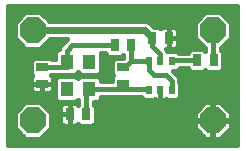
<source format=gtl>
G75*
%MOIN*%
%OFA0B0*%
%FSLAX25Y25*%
%IPPOS*%
%LPD*%
%AMOC8*
5,1,8,0,0,1.08239X$1,22.5*
%
%ADD10R,0.04331X0.05118*%
%ADD11OC8,0.08500*%
%ADD12R,0.02165X0.03150*%
%ADD13R,0.03937X0.02756*%
%ADD14R,0.02756X0.03937*%
%ADD15C,0.01600*%
%ADD16OC8,0.02375*%
%ADD17C,0.02400*%
D10*
X0035193Y0022272D03*
X0042673Y0022272D03*
X0042673Y0031328D03*
X0035193Y0031328D03*
D11*
X0023933Y0041800D03*
X0023933Y0011800D03*
X0083933Y0011800D03*
X0083933Y0041800D03*
D12*
X0070173Y0031524D03*
X0066433Y0031524D03*
X0062693Y0031524D03*
X0062693Y0022076D03*
X0066433Y0022076D03*
X0070173Y0022076D03*
D13*
X0053933Y0024044D03*
X0053933Y0029556D03*
X0026933Y0029556D03*
X0026933Y0024044D03*
D14*
X0036177Y0013800D03*
X0041689Y0013800D03*
X0078677Y0031800D03*
X0084189Y0031800D03*
X0069189Y0039300D03*
X0063677Y0039300D03*
X0056689Y0036800D03*
X0051177Y0036800D03*
D15*
X0015733Y0050000D02*
X0015733Y0003600D01*
X0092133Y0003600D01*
X0092133Y0050000D01*
X0015733Y0050000D01*
X0015733Y0049755D02*
X0092133Y0049755D01*
X0092133Y0048157D02*
X0015733Y0048157D01*
X0015733Y0046558D02*
X0020135Y0046558D01*
X0021427Y0047850D02*
X0017883Y0044306D01*
X0017883Y0039294D01*
X0021427Y0035750D01*
X0026439Y0035750D01*
X0029489Y0038800D01*
X0035256Y0038800D01*
X0034729Y0038273D01*
X0032989Y0036533D01*
X0032638Y0035687D01*
X0032282Y0035687D01*
X0031228Y0034632D01*
X0031228Y0032156D01*
X0030225Y0032156D01*
X0029647Y0032734D01*
X0024219Y0032734D01*
X0023165Y0031679D01*
X0023165Y0027432D01*
X0023797Y0026800D01*
X0023524Y0026527D01*
X0023287Y0026117D01*
X0023165Y0025659D01*
X0023165Y0024044D01*
X0023165Y0022429D01*
X0023287Y0021971D01*
X0023524Y0021561D01*
X0023859Y0021226D01*
X0024270Y0020989D01*
X0024728Y0020866D01*
X0026933Y0020866D01*
X0026933Y0024044D01*
X0026933Y0024044D01*
X0023165Y0024044D01*
X0026933Y0024044D01*
X0026933Y0024044D01*
X0026933Y0020866D01*
X0029139Y0020866D01*
X0029596Y0020989D01*
X0030007Y0021226D01*
X0030342Y0021561D01*
X0030579Y0021971D01*
X0030702Y0022429D01*
X0030702Y0024044D01*
X0026933Y0024044D01*
X0026933Y0024044D01*
X0030702Y0024044D01*
X0030702Y0025659D01*
X0030579Y0026117D01*
X0030342Y0026527D01*
X0030069Y0026800D01*
X0030225Y0026956D01*
X0035710Y0026956D01*
X0035741Y0026969D01*
X0038104Y0026969D01*
X0038933Y0027798D01*
X0039762Y0026969D01*
X0045584Y0026969D01*
X0046639Y0028023D01*
X0046639Y0034200D01*
X0047999Y0034200D01*
X0047999Y0034086D01*
X0049054Y0033031D01*
X0053301Y0033031D01*
X0053933Y0033664D01*
X0054089Y0033508D01*
X0054089Y0032734D01*
X0051219Y0032734D01*
X0050165Y0031679D01*
X0050165Y0027432D01*
X0050797Y0026800D01*
X0050165Y0026168D01*
X0050165Y0024872D01*
X0046639Y0024872D01*
X0046639Y0025577D01*
X0045584Y0026631D01*
X0039762Y0026631D01*
X0038933Y0025802D01*
X0038104Y0026631D01*
X0032282Y0026631D01*
X0031228Y0025577D01*
X0031228Y0018968D01*
X0032282Y0017913D01*
X0038104Y0017913D01*
X0038933Y0018743D01*
X0039089Y0018587D01*
X0039089Y0017092D01*
X0038933Y0016936D01*
X0038660Y0017209D01*
X0038250Y0017446D01*
X0037792Y0017568D01*
X0036177Y0017568D01*
X0034562Y0017568D01*
X0034104Y0017446D01*
X0033694Y0017209D01*
X0033359Y0016874D01*
X0033122Y0016463D01*
X0032999Y0016005D01*
X0032999Y0013800D01*
X0036177Y0013800D01*
X0036177Y0013800D01*
X0032999Y0013800D01*
X0032999Y0011595D01*
X0033122Y0011137D01*
X0033359Y0010726D01*
X0033694Y0010391D01*
X0034104Y0010154D01*
X0034562Y0010031D01*
X0036177Y0010031D01*
X0036177Y0013800D01*
X0036177Y0017568D01*
X0036177Y0013800D01*
X0036177Y0013800D01*
X0036177Y0013800D01*
X0036177Y0010031D01*
X0037792Y0010031D01*
X0038250Y0010154D01*
X0038660Y0010391D01*
X0038933Y0010664D01*
X0039565Y0010031D01*
X0043813Y0010031D01*
X0044867Y0011086D01*
X0044867Y0016514D01*
X0044289Y0017092D01*
X0044289Y0017913D01*
X0045584Y0017913D01*
X0046639Y0018968D01*
X0046639Y0019672D01*
X0059893Y0019672D01*
X0060865Y0018701D01*
X0064521Y0018701D01*
X0064648Y0018828D01*
X0064656Y0018823D01*
X0065113Y0018701D01*
X0066433Y0018701D01*
X0066433Y0022075D01*
X0066433Y0022075D01*
X0066433Y0018701D01*
X0067753Y0018701D01*
X0068211Y0018823D01*
X0068218Y0018828D01*
X0068345Y0018701D01*
X0072001Y0018701D01*
X0073056Y0019755D01*
X0073056Y0024396D01*
X0072773Y0024679D01*
X0072773Y0025577D01*
X0072377Y0026533D01*
X0070760Y0028150D01*
X0072001Y0028150D01*
X0073052Y0029200D01*
X0075499Y0029200D01*
X0075499Y0029086D01*
X0076554Y0028031D01*
X0080801Y0028031D01*
X0081433Y0028664D01*
X0082065Y0028031D01*
X0086313Y0028031D01*
X0087367Y0029086D01*
X0087367Y0034514D01*
X0086533Y0035348D01*
X0086533Y0035844D01*
X0089983Y0039294D01*
X0089983Y0044306D01*
X0086439Y0047850D01*
X0081427Y0047850D01*
X0077883Y0044306D01*
X0077883Y0039294D01*
X0081333Y0035844D01*
X0081333Y0035036D01*
X0080801Y0035568D01*
X0076554Y0035568D01*
X0075499Y0034514D01*
X0075499Y0034400D01*
X0072501Y0034400D01*
X0072001Y0034899D01*
X0068792Y0034899D01*
X0068637Y0035273D01*
X0068378Y0035531D01*
X0069189Y0035531D01*
X0069189Y0039300D01*
X0072367Y0039300D01*
X0072367Y0041505D01*
X0072244Y0041963D01*
X0072007Y0042374D01*
X0071672Y0042709D01*
X0071262Y0042946D01*
X0070804Y0043068D01*
X0069189Y0043068D01*
X0067574Y0043068D01*
X0067116Y0042946D01*
X0066706Y0042709D01*
X0066433Y0042436D01*
X0065801Y0043068D01*
X0064151Y0043068D01*
X0063720Y0043499D01*
X0063720Y0043499D01*
X0062877Y0044343D01*
X0061774Y0044800D01*
X0029489Y0044800D01*
X0026439Y0047850D01*
X0021427Y0047850D01*
X0018537Y0044960D02*
X0015733Y0044960D01*
X0015733Y0043361D02*
X0017883Y0043361D01*
X0017883Y0041763D02*
X0015733Y0041763D01*
X0015733Y0040164D02*
X0017883Y0040164D01*
X0018611Y0038566D02*
X0015733Y0038566D01*
X0015733Y0036967D02*
X0020210Y0036967D01*
X0015733Y0035369D02*
X0031964Y0035369D01*
X0031228Y0033770D02*
X0015733Y0033770D01*
X0015733Y0032172D02*
X0023657Y0032172D01*
X0023165Y0030573D02*
X0015733Y0030573D01*
X0015733Y0028975D02*
X0023165Y0028975D01*
X0023221Y0027376D02*
X0015733Y0027376D01*
X0015733Y0025778D02*
X0023196Y0025778D01*
X0023165Y0024179D02*
X0015733Y0024179D01*
X0015733Y0022581D02*
X0023165Y0022581D01*
X0024295Y0020982D02*
X0015733Y0020982D01*
X0015733Y0019384D02*
X0031228Y0019384D01*
X0031228Y0020982D02*
X0029571Y0020982D01*
X0026933Y0020982D02*
X0026933Y0020982D01*
X0026933Y0022581D02*
X0026933Y0022581D01*
X0030702Y0022581D02*
X0031228Y0022581D01*
X0031228Y0024179D02*
X0030702Y0024179D01*
X0030670Y0025778D02*
X0031428Y0025778D01*
X0035193Y0029556D02*
X0026933Y0029556D01*
X0030209Y0032172D02*
X0031228Y0032172D01*
X0035193Y0031328D02*
X0035193Y0029556D01*
X0035193Y0031328D02*
X0035193Y0035060D01*
X0036933Y0036800D01*
X0051177Y0036800D01*
X0048315Y0033770D02*
X0046639Y0033770D01*
X0046639Y0032172D02*
X0050657Y0032172D01*
X0050165Y0030573D02*
X0046639Y0030573D01*
X0046639Y0028975D02*
X0050165Y0028975D01*
X0050221Y0027376D02*
X0045992Y0027376D01*
X0046438Y0025778D02*
X0050165Y0025778D01*
X0053933Y0024044D02*
X0053933Y0022272D01*
X0062693Y0022272D01*
X0062693Y0022076D01*
X0066433Y0020982D02*
X0066433Y0020982D01*
X0066433Y0019384D02*
X0066433Y0019384D01*
X0070173Y0022076D02*
X0070173Y0025060D01*
X0068433Y0026800D01*
X0064433Y0026800D01*
X0062693Y0028540D01*
X0062693Y0031524D01*
X0056689Y0031524D01*
X0054720Y0029556D01*
X0053933Y0029556D01*
X0056689Y0031524D02*
X0056689Y0036800D01*
X0063677Y0036556D02*
X0063677Y0039300D01*
X0063677Y0036556D02*
X0066433Y0033800D01*
X0066433Y0031524D01*
X0070173Y0031524D02*
X0070173Y0031800D01*
X0078677Y0031800D01*
X0075610Y0028975D02*
X0072827Y0028975D01*
X0071534Y0027376D02*
X0092133Y0027376D01*
X0092133Y0025778D02*
X0072690Y0025778D01*
X0073056Y0024179D02*
X0092133Y0024179D01*
X0092133Y0022581D02*
X0073056Y0022581D01*
X0073056Y0020982D02*
X0092133Y0020982D01*
X0092133Y0019384D02*
X0072684Y0019384D01*
X0079764Y0016187D02*
X0044867Y0016187D01*
X0044867Y0014588D02*
X0078165Y0014588D01*
X0077883Y0014306D02*
X0077883Y0012000D01*
X0083733Y0012000D01*
X0083733Y0011600D01*
X0077883Y0011600D01*
X0077883Y0009294D01*
X0081427Y0005750D01*
X0083733Y0005750D01*
X0083733Y0011600D01*
X0084133Y0011600D01*
X0084133Y0005750D01*
X0086439Y0005750D01*
X0089983Y0009294D01*
X0089983Y0011600D01*
X0084133Y0011600D01*
X0084133Y0012000D01*
X0083733Y0012000D01*
X0083733Y0017850D01*
X0081427Y0017850D01*
X0077883Y0014306D01*
X0077883Y0012990D02*
X0044867Y0012990D01*
X0044867Y0011391D02*
X0077883Y0011391D01*
X0077883Y0009793D02*
X0029983Y0009793D01*
X0029983Y0009294D02*
X0026439Y0005750D01*
X0021427Y0005750D01*
X0017883Y0009294D01*
X0017883Y0014306D01*
X0021427Y0017850D01*
X0026439Y0017850D01*
X0029983Y0014306D01*
X0029983Y0009294D01*
X0028883Y0008194D02*
X0078983Y0008194D01*
X0080582Y0006596D02*
X0027285Y0006596D01*
X0020582Y0006596D02*
X0015733Y0006596D01*
X0015733Y0008194D02*
X0018983Y0008194D01*
X0017883Y0009793D02*
X0015733Y0009793D01*
X0015733Y0011391D02*
X0017883Y0011391D01*
X0017883Y0012990D02*
X0015733Y0012990D01*
X0015733Y0014588D02*
X0018165Y0014588D01*
X0019764Y0016187D02*
X0015733Y0016187D01*
X0015733Y0017785D02*
X0021362Y0017785D01*
X0026504Y0017785D02*
X0039089Y0017785D01*
X0036177Y0016187D02*
X0036177Y0016187D01*
X0036177Y0014588D02*
X0036177Y0014588D01*
X0032999Y0014588D02*
X0029701Y0014588D01*
X0028102Y0016187D02*
X0033048Y0016187D01*
X0032999Y0012990D02*
X0029983Y0012990D01*
X0029983Y0011391D02*
X0033054Y0011391D01*
X0036177Y0011391D02*
X0036177Y0011391D01*
X0036177Y0012990D02*
X0036177Y0012990D01*
X0041689Y0013800D02*
X0041689Y0022272D01*
X0042673Y0022272D01*
X0053933Y0022272D01*
X0060182Y0019384D02*
X0046639Y0019384D01*
X0044289Y0017785D02*
X0081362Y0017785D01*
X0083733Y0017785D02*
X0084133Y0017785D01*
X0084133Y0017850D02*
X0086439Y0017850D01*
X0089983Y0014306D01*
X0089983Y0012000D01*
X0084133Y0012000D01*
X0084133Y0017850D01*
X0086504Y0017785D02*
X0092133Y0017785D01*
X0092133Y0016187D02*
X0088102Y0016187D01*
X0089701Y0014588D02*
X0092133Y0014588D01*
X0092133Y0012990D02*
X0089983Y0012990D01*
X0089983Y0011391D02*
X0092133Y0011391D01*
X0092133Y0009793D02*
X0089983Y0009793D01*
X0088883Y0008194D02*
X0092133Y0008194D01*
X0092133Y0006596D02*
X0087285Y0006596D01*
X0084133Y0006596D02*
X0083733Y0006596D01*
X0083733Y0008194D02*
X0084133Y0008194D01*
X0084133Y0009793D02*
X0083733Y0009793D01*
X0083733Y0011391D02*
X0084133Y0011391D01*
X0084133Y0012990D02*
X0083733Y0012990D01*
X0083733Y0014588D02*
X0084133Y0014588D01*
X0084133Y0016187D02*
X0083733Y0016187D01*
X0092133Y0004997D02*
X0015733Y0004997D01*
X0038512Y0027376D02*
X0039355Y0027376D01*
X0033423Y0036967D02*
X0027656Y0036967D01*
X0029255Y0038566D02*
X0035022Y0038566D01*
X0029329Y0044960D02*
X0078537Y0044960D01*
X0080135Y0046558D02*
X0027731Y0046558D01*
X0063858Y0043361D02*
X0077883Y0043361D01*
X0077883Y0041763D02*
X0072298Y0041763D01*
X0072367Y0040164D02*
X0077883Y0040164D01*
X0078611Y0038566D02*
X0072367Y0038566D01*
X0072367Y0039300D02*
X0069189Y0039300D01*
X0069189Y0039300D01*
X0069189Y0039300D01*
X0069189Y0043068D01*
X0069189Y0039300D01*
X0069189Y0035531D01*
X0070804Y0035531D01*
X0071262Y0035654D01*
X0071672Y0035891D01*
X0072007Y0036226D01*
X0072244Y0036637D01*
X0072367Y0037095D01*
X0072367Y0039300D01*
X0069189Y0039300D02*
X0069189Y0039300D01*
X0069189Y0038566D02*
X0069189Y0038566D01*
X0069189Y0036967D02*
X0069189Y0036967D01*
X0072333Y0036967D02*
X0080210Y0036967D01*
X0081000Y0035369D02*
X0081333Y0035369D01*
X0076354Y0035369D02*
X0068541Y0035369D01*
X0069189Y0040164D02*
X0069189Y0040164D01*
X0069189Y0041763D02*
X0069189Y0041763D01*
X0083933Y0041800D02*
X0083933Y0031800D01*
X0084189Y0031800D01*
X0087367Y0032172D02*
X0092133Y0032172D01*
X0092133Y0030573D02*
X0087367Y0030573D01*
X0087256Y0028975D02*
X0092133Y0028975D01*
X0092133Y0033770D02*
X0087367Y0033770D01*
X0086533Y0035369D02*
X0092133Y0035369D01*
X0092133Y0036967D02*
X0087656Y0036967D01*
X0089255Y0038566D02*
X0092133Y0038566D01*
X0092133Y0040164D02*
X0089983Y0040164D01*
X0089983Y0041763D02*
X0092133Y0041763D01*
X0092133Y0043361D02*
X0089983Y0043361D01*
X0089329Y0044960D02*
X0092133Y0044960D01*
X0092133Y0046558D02*
X0087731Y0046558D01*
D16*
X0073933Y0046800D03*
X0061433Y0046800D03*
X0048933Y0046800D03*
X0036433Y0046800D03*
X0018933Y0034300D03*
X0018933Y0021800D03*
X0036433Y0006800D03*
X0048933Y0006800D03*
X0061433Y0006800D03*
X0073933Y0006800D03*
X0078933Y0021800D03*
X0088933Y0021800D03*
X0088933Y0031800D03*
X0073933Y0036800D03*
X0048933Y0029300D03*
D17*
X0061177Y0041800D02*
X0063677Y0039300D01*
X0061177Y0041800D02*
X0023933Y0041800D01*
M02*

</source>
